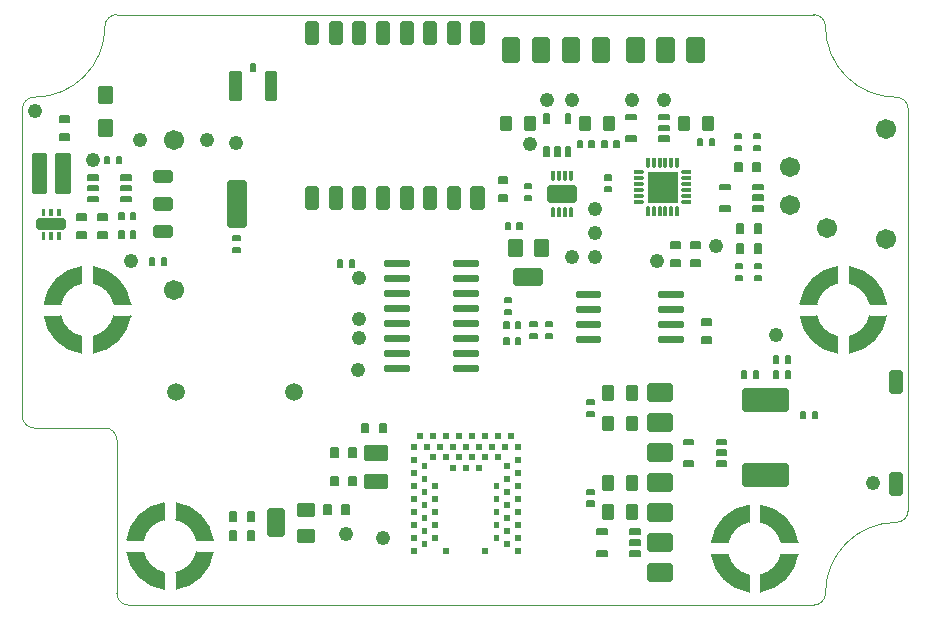
<source format=gbr>
G70*
%FSLAX54Y54*%
%ADD11C,0.0010*%
%ADD12C,0.0490*%
%ADD13C,0.0060*%
%ADD14C,0.0039*%
%ADD15C,0.0670*%
%ADD16C,0.0063*%
%ADD17C,0.0200*%
%ADD18C,0.0236*%
%AMUSER19*
4, 1, 4, 0.0055, -0.0114, -0.0055, -0.0114, -0.0055, 0.0169, 0.0055, 0.0169, 0.0055, -0.0114, 0.0*
1, 1, 0.0110, 0.0000, -0.0114*%
%ADD19USER19*%
%AMUSER20*
4, 1, 4, -0.0114, -0.0055, -0.0114, 0.0055, 0.0169, 0.0055, 0.0169, -0.0055, -0.0114, -0.0055, 0.0*
1, 1, 0.0110, -0.0114, 0.0000*%
%ADD20USER20*%
%AMUSER21*
4, 1, 4, -0.0055, 0.0114, 0.0055, 0.0114, 0.0055, -0.0169, -0.0055, -0.0169, -0.0055, 0.0114, 0.0*
1, 1, 0.0110, 0.0000, 0.0114*%
%ADD21USER21*%
%AMUSER22*
4, 1, 4, 0.0114, 0.0055, 0.0114, -0.0055, -0.0169, -0.0055, -0.0169, 0.0055, 0.0114, 0.0055, 0.0*
1, 1, 0.0110, 0.0114, 0.0000*%
%ADD22USER22*%
%ADD23C,0.0100*%
%ADD24C,0.0157*%
%ADD25C,0.0590*%
%ADD26C,0.0160*%
D11*
X101113Y96583D02*
X123948Y96583D01*
G75*
G03X124342Y96977I0000J0394*
G02X126704Y99339I2362J0000*
G03X127098Y99732I0000J0394*
G01X127098Y113118*
G75*
G03X126704Y113512I-0394J0000*
G02X124342Y115874I0000J2362*
G03X123948Y116268I-0394J0000*
G01X100720Y116268*
G75*
G03X100326Y115874I0000J-0394*
G02X97964Y113512I-2362J0000*
G03X97570Y113118I0000J-0394*
G01X97570Y102882*
G75*
G03X97964Y102488I0394J0000*
G01X100326Y102488*
G75*
G02X100720Y102095I0000J-0394*
G01X100720Y96977*
G75*
G03X101113Y96583I0394J0000*
G36*
G01X118416Y110028D02*
X119401Y110028D01*
X119401Y111012*
X118416Y111012*
X118416Y110028*
G37*
X119401Y110028*
X119401Y111012*
X118416Y111012*
X118416Y110028*
G36*
X124735Y107869D02*
X124735Y107309D01*
G75*
G03X124048Y106622I0197J-0884*
G01X123489Y106622*
G75*
G02X124735Y107869I1443J-0197*
G37*
G01X124735Y107309*
G75*
G03X124048Y106622I0197J-0884*
G01X123489Y106622*
G75*
G02X124735Y107869I1443J-0197*
G36*
G01X125129Y104982D02*
X125129Y105541D01*
G75*
G03X125816Y106228I-0197J0884*
G01X126376Y106228*
G75*
G02X125129Y104982I-1443J0197*
G37*
G01X125129Y105541*
G75*
G03X125816Y106228I-0197J0884*
G01X126376Y106228*
G75*
G02X125129Y104982I-1443J0197*
G36*
G01X126376Y106622D02*
X125816Y106622D01*
G75*
G03X125129Y107309I-0884J-0197*
G01X125129Y107869*
G75*
G02X126376Y106622I-0197J-1443*
G37*
G01X125816Y106622*
G75*
G03X125129Y107309I-0884J-0197*
G01X125129Y107869*
G75*
G02X126376Y106622I-0197J-1443*
G36*
G01X123489Y106228D02*
X124048Y106228D01*
G75*
G03X124735Y105541I0884J0197*
G01X124735Y104982*
G75*
G02X123489Y106228I0197J1443*
G37*
G01X124048Y106228*
G75*
G03X124735Y105541I0884J0197*
G01X124735Y104982*
G75*
G02X123489Y106228I0197J1443*
G36*
G01X121783Y99916D02*
X121783Y99356D01*
G75*
G03X121096Y98669I0197J-0884*
G01X120536Y98669*
G75*
G02X121783Y99916I1443J-0197*
G37*
G01X121783Y99356*
G75*
G03X121096Y98669I0197J-0884*
G01X120536Y98669*
G75*
G02X121783Y99916I1443J-0197*
G36*
G01X122176Y97029D02*
X122176Y97589D01*
G75*
G03X122863Y98276I-0197J0884*
G01X123423Y98276*
G75*
G02X122176Y97029I-1443J0197*
G37*
G01X122176Y97589*
G75*
G03X122863Y98276I-0197J0884*
G01X123423Y98276*
G75*
G02X122176Y97029I-1443J0197*
G36*
G01X123423Y98669D02*
X122863Y98669D01*
G75*
G03X122176Y99356I-0884J-0197*
G01X122176Y99916*
G75*
G02X123423Y98669I-0197J-1443*
G37*
G01X122863Y98669*
G75*
G03X122176Y99356I-0884J-0197*
G01X122176Y99916*
G75*
G02X123423Y98669I-0197J-1443*
G36*
G01X120536Y98276D02*
X121096Y98276D01*
G75*
G03X121783Y97589I0884J0197*
G01X121783Y97029*
G75*
G02X120536Y98276I0197J1443*
G37*
G01X121096Y98276*
G75*
G03X121783Y97589I0884J0197*
G01X121783Y97029*
G75*
G02X120536Y98276I0197J1443*
G36*
G01X102294Y99995D02*
X102294Y99435D01*
G75*
G03X101607Y98748I0197J-0884*
G01X101048Y98748*
G75*
G02X102294Y99995I1443J-0197*
G37*
G01X102294Y99435*
G75*
G03X101607Y98748I0197J-0884*
G01X101048Y98748*
G75*
G02X102294Y99995I1443J-0197*
G36*
G01X102688Y97108D02*
X102688Y97667D01*
G75*
G03X103375Y98354I-0197J0884*
G01X103935Y98354*
G75*
G02X102688Y97108I-1443J0197*
G37*
G01X102688Y97667*
G75*
G03X103375Y98354I-0197J0884*
G01X103935Y98354*
G75*
G02X102688Y97108I-1443J0197*
G36*
G01X103935Y98748D02*
X103375Y98748D01*
G75*
G03X102688Y99435I-0884J-0197*
G01X102688Y99995*
G75*
G02X103935Y98748I-0197J-1443*
G37*
G01X103375Y98748*
G75*
G03X102688Y99435I-0884J-0197*
G01X102688Y99995*
G75*
G02X103935Y98748I-0197J-1443*
G36*
G01X101048Y98354D02*
X101607Y98354D01*
G75*
G03X102294Y97667I0884J0197*
G01X102294Y97108*
G75*
G02X101048Y98354I0197J1443*
G37*
G01X101607Y98354*
G75*
G03X102294Y97667I0884J0197*
G01X102294Y97108*
G75*
G02X101048Y98354I0197J1443*
G36*
G01X99538Y107869D02*
X99538Y107309D01*
G75*
G03X98851Y106622I0197J-0884*
G01X98292Y106622*
G75*
G02X99538Y107869I1443J-0197*
G37*
G01X99538Y107309*
G75*
G03X98851Y106622I0197J-0884*
G01X98292Y106622*
G75*
G02X99538Y107869I1443J-0197*
G36*
G01X99932Y104982D02*
X99932Y105541D01*
G75*
G03X100619Y106228I-0197J0884*
G01X101179Y106228*
G75*
G02X99932Y104982I-1443J0197*
G37*
G01X99932Y105541*
G75*
G03X100619Y106228I-0197J0884*
G01X101179Y106228*
G75*
G02X99932Y104982I-1443J0197*
G36*
G01X101179Y106622D02*
X100619Y106622D01*
G75*
G03X99932Y107309I-0884J-0197*
G01X99932Y107869*
G75*
G02X101179Y106622I-0197J-1443*
G37*
G01X100619Y106622*
G75*
G03X99932Y107309I-0884J-0197*
G01X99932Y107869*
G75*
G02X101179Y106622I-0197J-1443*
G36*
G01X98292Y106228D02*
X98851Y106228D01*
G75*
G03X99538Y105541I0884J0197*
G01X99538Y104982*
G75*
G02X98292Y106228I0197J1443*
G37*
G01X98851Y106228*
G75*
G03X99538Y105541I0884J0197*
G01X99538Y104982*
G75*
G02X98292Y106228I0197J1443*
D12*
X114499Y111937D03*
D13*
G01X113821Y109321D02*
X113821Y109111D01*
X113681Y109111*
X113681Y109321*
X113821Y109321*
G36*
X113821Y109111*
X113681Y109111*
X113681Y109321*
X113821Y109321*
G37*
X114215Y109321D02*
X114215Y109111D01*
X114075Y109111*
X114075Y109321*
X114215Y109321*
G36*
X114215Y109111*
X114075Y109111*
X114075Y109321*
X114215Y109321*
G37*
D14*
X110523Y98335D02*
X110523Y98492D01*
X110680Y98492*
X110680Y98335*
X110523Y98335*
G36*
X110523Y98492*
X110680Y98492*
X110680Y98335*
X110523Y98335*
G37*
X110877Y98551D02*
X110877Y98709D01*
X111035Y98709*
X111035Y98551*
X110877Y98551*
G36*
X110877Y98709*
X111035Y98709*
X111035Y98551*
X110877Y98551*
G37*
X110523Y98768D02*
X110523Y98925D01*
X110680Y98925*
X110680Y98768*
X110523Y98768*
G36*
X110523Y98925*
X110680Y98925*
X110680Y98768*
X110523Y98768*
G37*
X110877Y98984D02*
X110877Y99142D01*
X111035Y99142*
X111035Y98984*
X110877Y98984*
G36*
X110877Y99142*
X111035Y99142*
X111035Y98984*
X110877Y98984*
G37*
X110523Y99201D02*
X110523Y99358D01*
X110680Y99358*
X110680Y99201*
X110523Y99201*
G36*
X110523Y99358*
X110680Y99358*
X110680Y99201*
X110523Y99201*
G37*
X110877Y99417D02*
X110877Y99575D01*
X111035Y99575*
X111035Y99417*
X110877Y99417*
G36*
X110877Y99575*
X111035Y99575*
X111035Y99417*
X110877Y99417*
G37*
X110523Y99634D02*
X110523Y99791D01*
X110680Y99791*
X110680Y99634*
X110523Y99634*
G36*
X110523Y99791*
X110680Y99791*
X110680Y99634*
X110523Y99634*
G37*
X110877Y99851D02*
X110877Y100008D01*
X111035Y100008*
X111035Y99851*
X110877Y99851*
G36*
X110877Y100008*
X111035Y100008*
X111035Y99851*
X110877Y99851*
G37*
X110523Y100067D02*
X110523Y100225D01*
X110680Y100225*
X110680Y100067*
X110523Y100067*
G36*
X110523Y100225*
X110680Y100225*
X110680Y100067*
X110523Y100067*
G37*
X110877Y100284D02*
X110877Y100441D01*
X111035Y100441*
X111035Y100284*
X110877Y100284*
G36*
X110877Y100441*
X111035Y100441*
X111035Y100284*
X110877Y100284*
G37*
X110523Y100500D02*
X110523Y100658D01*
X110680Y100658*
X110680Y100500*
X110523Y100500*
G36*
X110523Y100658*
X110680Y100658*
X110680Y100500*
X110523Y100500*
G37*
X110877Y100717D02*
X110877Y100874D01*
X111035Y100874*
X111035Y100717*
X110877Y100717*
G36*
X110877Y100874*
X111035Y100874*
X111035Y100717*
X110877Y100717*
G37*
X110523Y100933D02*
X110523Y101091D01*
X110680Y101091*
X110680Y100933*
X110523Y100933*
G36*
X110523Y101091*
X110680Y101091*
X110680Y100933*
X110523Y100933*
G37*
X110877Y101150D02*
X110877Y101307D01*
X111035Y101307*
X111035Y101150*
X110877Y101150*
G36*
X110877Y101307*
X111035Y101307*
X111035Y101150*
X110877Y101150*
G37*
X110523Y101366D02*
X110523Y101524D01*
X110680Y101524*
X110680Y101366*
X110523Y101366*
G36*
X110523Y101524*
X110680Y101524*
X110680Y101366*
X110523Y101366*
G37*
X110523Y101799D02*
X110523Y101957D01*
X110680Y101957*
X110680Y101799*
X110523Y101799*
G36*
X110523Y101957*
X110680Y101957*
X110680Y101799*
X110523Y101799*
G37*
X110956Y101799D02*
X110956Y101957D01*
X111113Y101957*
X111113Y101799*
X110956Y101799*
G36*
X110956Y101957*
X111113Y101957*
X111113Y101799*
X110956Y101799*
G37*
X111172Y101445D02*
X111172Y101603D01*
X111330Y101603*
X111330Y101445*
X111172Y101445*
G36*
X111172Y101603*
X111330Y101603*
X111330Y101445*
X111172Y101445*
G37*
X111389Y101799D02*
X111389Y101957D01*
X111546Y101957*
X111546Y101799*
X111389Y101799*
G36*
X111389Y101957*
X111546Y101957*
X111546Y101799*
X111389Y101799*
G37*
X111605Y101445D02*
X111605Y101603D01*
X111763Y101603*
X111763Y101445*
X111605Y101445*
G36*
X111605Y101603*
X111763Y101603*
X111763Y101445*
X111605Y101445*
G37*
X111822Y101799D02*
X111822Y101957D01*
X111979Y101957*
X111979Y101799*
X111822Y101799*
G36*
X111822Y101957*
X111979Y101957*
X111979Y101799*
X111822Y101799*
G37*
X112038Y101445D02*
X112038Y101603D01*
X112196Y101603*
X112196Y101445*
X112038Y101445*
G36*
X112038Y101603*
X112196Y101603*
X112196Y101445*
X112038Y101445*
G37*
X112255Y101799D02*
X112255Y101957D01*
X112412Y101957*
X112412Y101799*
X112255Y101799*
G36*
X112255Y101957*
X112412Y101957*
X112412Y101799*
X112255Y101799*
G37*
X112472Y101445D02*
X112472Y101603D01*
X112629Y101603*
X112629Y101445*
X112472Y101445*
G36*
X112472Y101603*
X112629Y101603*
X112629Y101445*
X112472Y101445*
G37*
X112688Y101799D02*
X112688Y101957D01*
X112846Y101957*
X112846Y101799*
X112688Y101799*
G36*
X112688Y101957*
X112846Y101957*
X112846Y101799*
X112688Y101799*
G37*
X112905Y101445D02*
X112905Y101603D01*
X113062Y101603*
X113062Y101445*
X112905Y101445*
G36*
X112905Y101603*
X113062Y101603*
X113062Y101445*
X112905Y101445*
G37*
X113121Y101799D02*
X113121Y101957D01*
X113279Y101957*
X113279Y101799*
X113121Y101799*
G36*
X113121Y101957*
X113279Y101957*
X113279Y101799*
X113121Y101799*
G37*
X113338Y101445D02*
X113338Y101603D01*
X113495Y101603*
X113495Y101445*
X113338Y101445*
G36*
X113338Y101603*
X113495Y101603*
X113495Y101445*
X113338Y101445*
G37*
X113554Y101799D02*
X113554Y101957D01*
X113712Y101957*
X113712Y101799*
X113554Y101799*
G36*
X113554Y101957*
X113712Y101957*
X113712Y101799*
X113554Y101799*
G37*
X113987Y101799D02*
X113987Y101957D01*
X114145Y101957*
X114145Y101799*
X113987Y101799*
G36*
X113987Y101957*
X114145Y101957*
X114145Y101799*
X113987Y101799*
G37*
X113987Y101366D02*
X113987Y101524D01*
X114145Y101524*
X114145Y101366*
X113987Y101366*
G36*
X113987Y101524*
X114145Y101524*
X114145Y101366*
X113987Y101366*
G37*
X113633Y101150D02*
X113633Y101307D01*
X113790Y101307*
X113790Y101150*
X113633Y101150*
G36*
X113633Y101307*
X113790Y101307*
X113790Y101150*
X113633Y101150*
G37*
X113987Y100933D02*
X113987Y101091D01*
X114145Y101091*
X114145Y100933*
X113987Y100933*
G36*
X113987Y101091*
X114145Y101091*
X114145Y100933*
X113987Y100933*
G37*
X113633Y100717D02*
X113633Y100874D01*
X113790Y100874*
X113790Y100717*
X113633Y100717*
G36*
X113633Y100874*
X113790Y100874*
X113790Y100717*
X113633Y100717*
G37*
X113987Y100500D02*
X113987Y100658D01*
X114145Y100658*
X114145Y100500*
X113987Y100500*
G36*
X113987Y100658*
X114145Y100658*
X114145Y100500*
X113987Y100500*
G37*
X113633Y100284D02*
X113633Y100441D01*
X113790Y100441*
X113790Y100284*
X113633Y100284*
G36*
X113633Y100441*
X113790Y100441*
X113790Y100284*
X113633Y100284*
G37*
X113987Y100067D02*
X113987Y100225D01*
X114145Y100225*
X114145Y100067*
X113987Y100067*
G36*
X113987Y100225*
X114145Y100225*
X114145Y100067*
X113987Y100067*
G37*
X113633Y99851D02*
X113633Y100008D01*
X113790Y100008*
X113790Y99851*
X113633Y99851*
G36*
X113633Y100008*
X113790Y100008*
X113790Y99851*
X113633Y99851*
G37*
X113987Y99634D02*
X113987Y99791D01*
X114145Y99791*
X114145Y99634*
X113987Y99634*
G36*
X113987Y99791*
X114145Y99791*
X114145Y99634*
X113987Y99634*
G37*
X113633Y99417D02*
X113633Y99575D01*
X113790Y99575*
X113790Y99417*
X113633Y99417*
G36*
X113633Y99575*
X113790Y99575*
X113790Y99417*
X113633Y99417*
G37*
X113987Y99201D02*
X113987Y99358D01*
X114145Y99358*
X114145Y99201*
X113987Y99201*
G36*
X113987Y99358*
X114145Y99358*
X114145Y99201*
X113987Y99201*
G37*
X113633Y98984D02*
X113633Y99142D01*
X113790Y99142*
X113790Y98984*
X113633Y98984*
G36*
X113633Y99142*
X113790Y99142*
X113790Y98984*
X113633Y98984*
G37*
X113987Y98768D02*
X113987Y98925D01*
X114145Y98925*
X114145Y98768*
X113987Y98768*
G36*
X113987Y98925*
X114145Y98925*
X114145Y98768*
X113987Y98768*
G37*
X113633Y98551D02*
X113633Y98709D01*
X113790Y98709*
X113790Y98551*
X113633Y98551*
G36*
X113633Y98709*
X113790Y98709*
X113790Y98551*
X113633Y98551*
G37*
X113987Y98335D02*
X113987Y98492D01*
X114145Y98492*
X114145Y98335*
X113987Y98335*
G36*
X113987Y98492*
X114145Y98492*
X114145Y98335*
X113987Y98335*
G37*
X112905Y98335D02*
X112905Y98492D01*
X113062Y98492*
X113062Y98335*
X112905Y98335*
G36*
X112905Y98492*
X113062Y98492*
X113062Y98335*
X112905Y98335*
G37*
X111605Y98335D02*
X111605Y98492D01*
X111763Y98492*
X111763Y98335*
X111605Y98335*
G36*
X111605Y98492*
X111763Y98492*
X111763Y98335*
X111605Y98335*
G37*
X111231Y98768D02*
X111231Y98925D01*
X111389Y98925*
X111389Y98768*
X111231Y98768*
G36*
X111231Y98925*
X111389Y98925*
X111389Y98768*
X111231Y98768*
G37*
X111231Y99201D02*
X111231Y99358D01*
X111389Y99358*
X111389Y99201*
X111231Y99201*
G36*
X111231Y99358*
X111389Y99358*
X111389Y99201*
X111231Y99201*
G37*
X111231Y99634D02*
X111231Y99791D01*
X111389Y99791*
X111389Y99634*
X111231Y99634*
G36*
X111231Y99791*
X111389Y99791*
X111389Y99634*
X111231Y99634*
G37*
X111231Y100067D02*
X111231Y100225D01*
X111389Y100225*
X111389Y100067*
X111231Y100067*
G36*
X111231Y100225*
X111389Y100225*
X111389Y100067*
X111231Y100067*
G37*
X111231Y100500D02*
X111231Y100658D01*
X111389Y100658*
X111389Y100500*
X111231Y100500*
G36*
X111231Y100658*
X111389Y100658*
X111389Y100500*
X111231Y100500*
G37*
X111822Y101091D02*
X111822Y101248D01*
X111979Y101248*
X111979Y101091*
X111822Y101091*
G36*
X111822Y101248*
X111979Y101248*
X111979Y101091*
X111822Y101091*
G37*
X112255Y101091D02*
X112255Y101248D01*
X112412Y101248*
X112412Y101091*
X112255Y101091*
G36*
X112255Y101248*
X112412Y101248*
X112412Y101091*
X112255Y101091*
G37*
X112688Y101091D02*
X112688Y101248D01*
X112846Y101248*
X112846Y101091*
X112688Y101091*
G36*
X112688Y101248*
X112846Y101248*
X112846Y101091*
X112688Y101091*
G37*
X113279Y100500D02*
X113279Y100658D01*
X113436Y100658*
X113436Y100500*
X113279Y100500*
G36*
X113279Y100658*
X113436Y100658*
X113436Y100500*
X113279Y100500*
G37*
X113279Y100067D02*
X113279Y100225D01*
X113436Y100225*
X113436Y100067*
X113279Y100067*
G36*
X113279Y100225*
X113436Y100225*
X113436Y100067*
X113279Y100067*
G37*
X113279Y99634D02*
X113279Y99791D01*
X113436Y99791*
X113436Y99634*
X113279Y99634*
G36*
X113279Y99791*
X113436Y99791*
X113436Y99634*
X113279Y99634*
G37*
X113279Y99201D02*
X113279Y99358D01*
X113436Y99358*
X113436Y99201*
X113279Y99201*
G36*
X113279Y99358*
X113436Y99358*
X113436Y99201*
X113279Y99201*
G37*
X113279Y98768D02*
X113279Y98925D01*
X113436Y98925*
X113436Y98768*
X113279Y98768*
G36*
X113279Y98925*
X113436Y98925*
X113436Y98768*
X113279Y98768*
G37*
X110739Y102154D02*
X110739Y102311D01*
X110897Y102311*
X110897Y102154*
X110739Y102154*
G36*
X110739Y102311*
X110897Y102311*
X110897Y102154*
X110739Y102154*
G37*
X111172Y102154D02*
X111172Y102311D01*
X111330Y102311*
X111330Y102154*
X111172Y102154*
G36*
X111172Y102311*
X111330Y102311*
X111330Y102154*
X111172Y102154*
G37*
X111605Y102154D02*
X111605Y102311D01*
X111763Y102311*
X111763Y102154*
X111605Y102154*
G36*
X111605Y102311*
X111763Y102311*
X111763Y102154*
X111605Y102154*
G37*
X112038Y102154D02*
X112038Y102311D01*
X112196Y102311*
X112196Y102154*
X112038Y102154*
G36*
X112038Y102311*
X112196Y102311*
X112196Y102154*
X112038Y102154*
G37*
X112472Y102154D02*
X112472Y102311D01*
X112629Y102311*
X112629Y102154*
X112472Y102154*
G36*
X112472Y102311*
X112629Y102311*
X112629Y102154*
X112472Y102154*
G37*
X112905Y102154D02*
X112905Y102311D01*
X113062Y102311*
X113062Y102154*
X112905Y102154*
G36*
X112905Y102311*
X113062Y102311*
X113062Y102154*
X112905Y102154*
G37*
X113338Y102154D02*
X113338Y102311D01*
X113495Y102311*
X113495Y102154*
X113338Y102154*
G36*
X113338Y102311*
X113495Y102311*
X113495Y102154*
X113338Y102154*
G37*
X113771Y102154D02*
X113771Y102311D01*
X113928Y102311*
X113928Y102154*
X113771Y102154*
G36*
X113771Y102311*
X113928Y102311*
X113928Y102154*
X113771Y102154*
G37*
D15*
X126349Y112449D03*
X124381Y109142D03*
X123161Y111189D03*
X126349Y108788D03*
X123161Y109929D03*
D16*
X121039Y101943D02*
X120712Y101943D01*
X120712Y102096*
X121039Y102096*
X121039Y101943*
G36*
X120712Y101943*
X120712Y102096*
X121039Y102096*
X121039Y101943*
G37*
X121039Y101585D02*
X120712Y101585D01*
X120712Y101738*
X121039Y101738*
X121039Y101585*
G36*
X120712Y101585*
X120712Y101738*
X121039Y101738*
X121039Y101585*
G37*
X121039Y101227D02*
X120712Y101227D01*
X120712Y101380*
X121039Y101380*
X121039Y101227*
G36*
X120712Y101227*
X120712Y101380*
X121039Y101380*
X121039Y101227*
G37*
X119939Y101227D02*
X119612Y101227D01*
X119612Y101380*
X119939Y101380*
X119939Y101227*
G36*
X119612Y101227*
X119612Y101380*
X119939Y101380*
X119939Y101227*
G37*
X119939Y101943D02*
X119612Y101943D01*
X119612Y102096*
X119939Y102096*
X119939Y101943*
G36*
X119612Y101943*
X119612Y102096*
X119939Y102096*
X119939Y101943*
G37*
D17*
X118505Y103884D02*
X119155Y103884D01*
X119155Y103454*
X118505Y103454*
X118505Y103884*
G36*
X119155Y103884*
X119155Y103454*
X118505Y103454*
X118505Y103884*
G37*
X118505Y102884D02*
X119155Y102884D01*
X119155Y102454*
X118505Y102454*
X118505Y102884*
G36*
X119155Y102884*
X119155Y102454*
X118505Y102454*
X118505Y102884*
G37*
X118505Y101884D02*
X119155Y101884D01*
X119155Y101454*
X118505Y101454*
X118505Y101884*
G36*
X119155Y101884*
X119155Y101454*
X118505Y101454*
X118505Y101884*
G37*
X118505Y100884D02*
X119155Y100884D01*
X119155Y100454*
X118505Y100454*
X118505Y100884*
G36*
X119155Y100884*
X119155Y100454*
X118505Y100454*
X118505Y100884*
G37*
X118505Y99884D02*
X119155Y99884D01*
X119155Y99454*
X118505Y99454*
X118505Y99884*
G36*
X119155Y99884*
X119155Y99454*
X118505Y99454*
X118505Y99884*
G37*
X118505Y98884D02*
X119155Y98884D01*
X119155Y98454*
X118505Y98454*
X118505Y98884*
G36*
X119155Y98884*
X119155Y98454*
X118505Y98454*
X118505Y98884*
G37*
X118505Y97884D02*
X119155Y97884D01*
X119155Y97454*
X118505Y97454*
X118505Y97884*
G36*
X119155Y97884*
X119155Y97454*
X118505Y97454*
X118505Y97884*
G37*
D13*
X119487Y108471D02*
X119197Y108471D01*
X119197Y108681*
X119487Y108681*
X119487Y108471*
G36*
X119197Y108471*
X119197Y108681*
X119487Y108681*
X119487Y108471*
G37*
X119487Y107871D02*
X119197Y107871D01*
X119197Y108081*
X119487Y108081*
X119487Y107871*
G36*
X119197Y107871*
X119197Y108081*
X119487Y108081*
X119487Y107871*
G37*
D14*
X98308Y109801D02*
X98308Y109585D01*
X98210Y109585*
X98210Y109801*
X98308Y109801*
G36*
X98308Y109585*
X98210Y109585*
X98210Y109801*
X98308Y109801*
G37*
X98564Y109801D02*
X98564Y109585D01*
X98466Y109585*
X98466Y109801*
X98564Y109801*
G36*
X98564Y109585*
X98466Y109585*
X98466Y109801*
X98564Y109801*
G37*
X98820Y109801D02*
X98820Y109585D01*
X98722Y109585*
X98722Y109801*
X98820Y109801*
G36*
X98820Y109585*
X98722Y109585*
X98722Y109801*
X98820Y109801*
G37*
X98820Y109014D02*
X98820Y108797D01*
X98722Y108797*
X98722Y109014*
X98820Y109014*
G36*
X98820Y108797*
X98722Y108797*
X98722Y109014*
X98820Y109014*
G37*
X98564Y109014D02*
X98564Y108797D01*
X98466Y108797*
X98466Y109014*
X98564Y109014*
G36*
X98564Y108797*
X98466Y108797*
X98466Y109014*
X98564Y109014*
G37*
X98308Y109014D02*
X98308Y108797D01*
X98210Y108797*
X98210Y109014*
X98308Y109014*
G36*
X98308Y108797*
X98210Y108797*
X98210Y109014*
X98308Y109014*
G37*
D18*
X98889Y109221D02*
X98141Y109221D01*
X98141Y109378*
X98889Y109378*
X98889Y109221*
G36*
X98141Y109221*
X98141Y109378*
X98889Y109378*
X98889Y109221*
G37*
D13*
X121938Y111044D02*
X121938Y111334D01*
X122148Y111334*
X122148Y111044*
X121938Y111044*
G36*
X121938Y111334*
X122148Y111334*
X122148Y111044*
X121938Y111044*
G37*
X121338Y111044D02*
X121338Y111334D01*
X121548Y111334*
X121548Y111044*
X121338Y111044*
G36*
X121338Y111334*
X121548Y111334*
X121548Y111044*
X121338Y111044*
G37*
X121978Y108997D02*
X121978Y109287D01*
X122188Y109287*
X122188Y108997*
X121978Y108997*
G36*
X121978Y109287*
X122188Y109287*
X122188Y108997*
X121978Y108997*
G37*
X121378Y108997D02*
X121378Y109287D01*
X121588Y109287*
X121588Y108997*
X121378Y108997*
G36*
X121378Y109287*
X121588Y109287*
X121588Y108997*
X121378Y108997*
G37*
X121568Y107812D02*
X121358Y107812D01*
X121358Y107952*
X121568Y107952*
X121568Y107812*
G36*
X121358Y107812*
X121358Y107952*
X121568Y107952*
X121568Y107812*
G37*
X121568Y107418D02*
X121358Y107418D01*
X121358Y107558*
X121568Y107558*
X121568Y107418*
G36*
X121358Y107418*
X121358Y107558*
X121568Y107558*
X121568Y107418*
G37*
D19*
X118416Y111307D03*
X118613Y111307D03*
X118810Y111307D03*
X119007Y111307D03*
X119204Y111307D03*
X119401Y111307D03*
D20*
X119696Y111012D03*
X119696Y110815D03*
X119696Y110618D03*
X119696Y110421D03*
X119696Y110225D03*
X119696Y110028D03*
D21*
X119401Y109732D03*
X119204Y109732D03*
X119007Y109732D03*
X118810Y109732D03*
X118613Y109732D03*
X118416Y109732D03*
D22*
X118121Y110028D03*
X118121Y110225D03*
X118121Y110421D03*
X118121Y110618D03*
X118121Y110815D03*
X118121Y111012D03*
D23*
X117741Y103459D02*
X117741Y103879D01*
X118041Y103879*
X118041Y103459*
X117741Y103459*
G36*
X117741Y103879*
X118041Y103879*
X118041Y103459*
X117741Y103459*
G37*
X116941Y103459D02*
X116941Y103879D01*
X117241Y103879*
X117241Y103459*
X116941Y103459*
G36*
X116941Y103879*
X117241Y103879*
X117241Y103459*
X116941Y103459*
G37*
D17*
X119796Y114762D02*
X119796Y115412D01*
X120226Y115412*
X120226Y114762*
X119796Y114762*
G36*
X119796Y115412*
X120226Y115412*
X120226Y114762*
X119796Y114762*
G37*
X118796Y114762D02*
X118796Y115412D01*
X119226Y115412*
X119226Y114762*
X118796Y114762*
G36*
X118796Y115412*
X119226Y115412*
X119226Y114762*
X118796Y114762*
G37*
X117796Y114762D02*
X117796Y115412D01*
X118226Y115412*
X118226Y114762*
X117796Y114762*
G36*
X117796Y115412*
X118226Y115412*
X118226Y114762*
X117796Y114762*
G37*
D16*
X119110Y112770D02*
X118783Y112770D01*
X118783Y112923*
X119110Y112923*
X119110Y112770*
G36*
X118783Y112770*
X118783Y112923*
X119110Y112923*
X119110Y112770*
G37*
X119110Y112412D02*
X118783Y112412D01*
X118783Y112565*
X119110Y112565*
X119110Y112412*
G36*
X118783Y112412*
X118783Y112565*
X119110Y112565*
X119110Y112412*
G37*
X119110Y112054D02*
X118783Y112054D01*
X118783Y112207*
X119110Y112207*
X119110Y112054*
G36*
X118783Y112054*
X118783Y112207*
X119110Y112207*
X119110Y112054*
G37*
X118010Y112054D02*
X117683Y112054D01*
X117683Y112207*
X118010Y112207*
X118010Y112054*
G36*
X117683Y112054*
X117683Y112207*
X118010Y112207*
X118010Y112054*
G37*
X118010Y112770D02*
X117683Y112770D01*
X117683Y112923*
X118010Y112923*
X118010Y112770*
G36*
X117683Y112770*
X117683Y112923*
X118010Y112923*
X118010Y112770*
G37*
D12*
X108790Y107488D03*
D17*
X116646Y114762D02*
X116646Y115412D01*
X117076Y115412*
X117076Y114762*
X116646Y114762*
G36*
X116646Y115412*
X117076Y115412*
X117076Y114762*
X116646Y114762*
G37*
X115646Y114762D02*
X115646Y115412D01*
X116076Y115412*
X116076Y114762*
X115646Y114762*
G36*
X115646Y115412*
X116076Y115412*
X116076Y114762*
X115646Y114762*
G37*
X114646Y114762D02*
X114646Y115412D01*
X115076Y115412*
X115076Y114762*
X114646Y114762*
G36*
X114646Y115412*
X115076Y115412*
X115076Y114762*
X114646Y114762*
G37*
X113646Y114762D02*
X113646Y115412D01*
X114076Y115412*
X114076Y114762*
X113646Y114762*
G36*
X113646Y115412*
X114076Y115412*
X114076Y114762*
X113646Y114762*
G37*
D18*
X112609Y109890D02*
X112609Y110441D01*
X112846Y110441*
X112846Y109890*
X112609Y109890*
G36*
X112609Y110441*
X112846Y110441*
X112846Y109890*
X112609Y109890*
G37*
X111822Y109890D02*
X111822Y110441D01*
X112058Y110441*
X112058Y109890*
X111822Y109890*
G36*
X111822Y110441*
X112058Y110441*
X112058Y109890*
X111822Y109890*
G37*
X111035Y109890D02*
X111035Y110441D01*
X111271Y110441*
X111271Y109890*
X111035Y109890*
G36*
X111035Y110441*
X111271Y110441*
X111271Y109890*
X111035Y109890*
G37*
X110247Y109890D02*
X110247Y110441D01*
X110483Y110441*
X110483Y109890*
X110247Y109890*
G36*
X110247Y110441*
X110483Y110441*
X110483Y109890*
X110247Y109890*
G37*
X109460Y109890D02*
X109460Y110441D01*
X109696Y110441*
X109696Y109890*
X109460Y109890*
G36*
X109460Y110441*
X109696Y110441*
X109696Y109890*
X109460Y109890*
G37*
X108672Y109890D02*
X108672Y110441D01*
X108909Y110441*
X108909Y109890*
X108672Y109890*
G36*
X108672Y110441*
X108909Y110441*
X108909Y109890*
X108672Y109890*
G37*
X107885Y109890D02*
X107885Y110441D01*
X108121Y110441*
X108121Y109890*
X107885Y109890*
G36*
X107885Y110441*
X108121Y110441*
X108121Y109890*
X107885Y109890*
G37*
X107098Y109890D02*
X107098Y110441D01*
X107334Y110441*
X107334Y109890*
X107098Y109890*
G36*
X107098Y110441*
X107334Y110441*
X107334Y109890*
X107098Y109890*
G37*
X107098Y115402D02*
X107098Y115953D01*
X107334Y115953*
X107334Y115402*
X107098Y115402*
G36*
X107098Y115953*
X107334Y115953*
X107334Y115402*
X107098Y115402*
G37*
X107885Y115402D02*
X107885Y115953D01*
X108121Y115953*
X108121Y115402*
X107885Y115402*
G36*
X107885Y115953*
X108121Y115953*
X108121Y115402*
X107885Y115402*
G37*
X108672Y115402D02*
X108672Y115953D01*
X108909Y115953*
X108909Y115402*
X108672Y115402*
G36*
X108672Y115953*
X108909Y115953*
X108909Y115402*
X108672Y115402*
G37*
X109460Y115402D02*
X109460Y115953D01*
X109696Y115953*
X109696Y115402*
X109460Y115402*
G36*
X109460Y115953*
X109696Y115953*
X109696Y115402*
X109460Y115402*
G37*
X110247Y115402D02*
X110247Y115953D01*
X110483Y115953*
X110483Y115402*
X110247Y115402*
G36*
X110247Y115953*
X110483Y115953*
X110483Y115402*
X110247Y115402*
G37*
X111035Y115402D02*
X111035Y115953D01*
X111271Y115953*
X111271Y115402*
X111035Y115402*
G36*
X111035Y115953*
X111271Y115953*
X111271Y115402*
X111035Y115402*
G37*
X111822Y115402D02*
X111822Y115953D01*
X112058Y115953*
X112058Y115402*
X111822Y115402*
G36*
X111822Y115953*
X112058Y115953*
X112058Y115402*
X111822Y115402*
G37*
X112609Y115402D02*
X112609Y115953D01*
X112846Y115953*
X112846Y115402*
X112609Y115402*
G36*
X112609Y115953*
X112846Y115953*
X112846Y115402*
X112609Y115402*
G37*
D12*
X103712Y112095D03*
D13*
X116407Y103031D02*
X116617Y103031D01*
X116617Y102891*
X116407Y102891*
X116407Y103031*
G36*
X116617Y103031*
X116617Y102891*
X116407Y102891*
X116407Y103031*
G37*
X116407Y103424D02*
X116617Y103424D01*
X116617Y103284*
X116407Y103284*
X116407Y103424*
G36*
X116617Y103424*
X116617Y103284*
X116407Y103284*
X116407Y103424*
G37*
X113739Y110636D02*
X113449Y110636D01*
X113449Y110846*
X113739Y110846*
X113739Y110636*
G36*
X113449Y110636*
X113449Y110846*
X113739Y110846*
X113739Y110636*
G37*
X113739Y110036D02*
X113449Y110036D01*
X113449Y110246*
X113739Y110246*
X113739Y110036*
G36*
X113449Y110036*
X113449Y110246*
X113739Y110246*
X113739Y110036*
G37*
X98842Y112293D02*
X99132Y112293D01*
X99132Y112083*
X98842Y112083*
X98842Y112293*
G36*
X99132Y112293*
X99132Y112083*
X98842Y112083*
X98842Y112293*
G37*
X98842Y112893D02*
X99132Y112893D01*
X99132Y112683*
X98842Y112683*
X98842Y112893*
G36*
X99132Y112893*
X99132Y112683*
X98842Y112683*
X98842Y112893*
G37*
X108084Y100862D02*
X108084Y100572D01*
X107874Y100572*
X107874Y100862*
X108084Y100862*
G36*
X108084Y100572*
X107874Y100572*
X107874Y100862*
X108084Y100862*
G37*
X108684Y100862D02*
X108684Y100572D01*
X108474Y100572*
X108474Y100862*
X108684Y100862*
G36*
X108684Y100572*
X108474Y100572*
X108474Y100862*
X108684Y100862*
G37*
X114320Y110235D02*
X114530Y110235D01*
X114530Y110095*
X114320Y110095*
X114320Y110235*
G36*
X114530Y110235*
X114530Y110095*
X114320Y110095*
X114320Y110235*
G37*
X114320Y110629D02*
X114530Y110629D01*
X114530Y110489*
X114320Y110489*
X114320Y110629*
G36*
X114530Y110629*
X114530Y110489*
X114320Y110489*
X114320Y110629*
G37*
X120156Y108471D02*
X119866Y108471D01*
X119866Y108681*
X120156Y108681*
X120156Y108471*
G36*
X119866Y108471*
X119866Y108681*
X120156Y108681*
X120156Y108471*
G37*
X120156Y107871D02*
X119866Y107871D01*
X119866Y108081*
X120156Y108081*
X120156Y107871*
G36*
X119866Y107871*
X119866Y108081*
X120156Y108081*
X120156Y107871*
G37*
D12*
X116664Y109772D03*
D17*
X123014Y100633D02*
X121654Y100633D01*
X121654Y101213*
X123014Y101213*
X123014Y100633*
G36*
X121654Y100633*
X121654Y101213*
X123014Y101213*
X123014Y100633*
G37*
X123014Y103133D02*
X121654Y103133D01*
X121654Y103713*
X123014Y103713*
X123014Y103133*
G36*
X121654Y103133*
X121654Y103713*
X123014Y103713*
X123014Y103133*
G37*
D12*
X115050Y113433D03*
D13*
X114035Y105814D02*
X114035Y106024D01*
X114175Y106024*
X114175Y105814*
X114035Y105814*
G36*
X114035Y106024*
X114175Y106024*
X114175Y105814*
X114035Y105814*
G37*
X113642Y105814D02*
X113642Y106024D01*
X113782Y106024*
X113782Y105814*
X113642Y105814*
G36*
X113642Y106024*
X113782Y106024*
X113782Y105814*
X113642Y105814*
G37*
D12*
X109578Y98827D03*
X125916Y100638D03*
X108357Y98945D03*
D13*
X121328Y111889D02*
X121538Y111889D01*
X121538Y111749*
X121328Y111749*
X121328Y111889*
G36*
X121538Y111889*
X121538Y111749*
X121328Y111749*
X121328Y111889*
G37*
X121328Y112283D02*
X121538Y112283D01*
X121538Y112143*
X121328Y112143*
X121328Y112283*
G36*
X121538Y112283*
X121538Y112143*
X121328Y112143*
X121328Y112283*
G37*
D23*
X119761Y112856D02*
X119761Y112436D01*
X119461Y112436*
X119461Y112856*
X119761Y112856*
G36*
X119761Y112436*
X119461Y112436*
X119461Y112856*
X119761Y112856*
G37*
X120561Y112856D02*
X120561Y112436D01*
X120261Y112436*
X120261Y112856*
X120561Y112856*
G36*
X120561Y112436*
X120261Y112436*
X120261Y112856*
X120561Y112856*
G37*
D24*
X98731Y110402D02*
X98731Y111583D01*
X99086Y111583*
X99086Y110402*
X98731Y110402*
G36*
X98731Y111583*
X99086Y111583*
X99086Y110402*
X98731Y110402*
G37*
X97944Y110402D02*
X97944Y111583D01*
X98298Y111583*
X98298Y110402*
X97944Y110402*
G36*
X97944Y111583*
X98298Y111583*
X98298Y110402*
X97944Y110402*
G37*
D12*
X118948Y113433D03*
X108790Y106110D03*
D16*
X115686Y111539D02*
X115686Y111865D01*
X115839Y111865*
X115839Y111539*
X115686Y111539*
G36*
X115686Y111865*
X115839Y111865*
X115839Y111539*
X115686Y111539*
G37*
X115328Y111539D02*
X115328Y111865D01*
X115481Y111865*
X115481Y111539*
X115328Y111539*
G36*
X115328Y111865*
X115481Y111865*
X115481Y111539*
X115328Y111539*
G37*
X114970Y111539D02*
X114970Y111865D01*
X115123Y111865*
X115123Y111539*
X114970Y111539*
G36*
X114970Y111865*
X115123Y111865*
X115123Y111539*
X114970Y111539*
G37*
X114970Y112639D02*
X114970Y112965D01*
X115123Y112965*
X115123Y112639*
X114970Y112639*
G36*
X114970Y112965*
X115123Y112965*
X115123Y112639*
X114970Y112639*
G37*
X115686Y112639D02*
X115686Y112965D01*
X115839Y112965*
X115839Y112639*
X115686Y112639*
G36*
X115686Y112965*
X115839Y112965*
X115839Y112639*
X115686Y112639*
G37*
D13*
X114717Y105883D02*
X114507Y105883D01*
X114507Y106023*
X114717Y106023*
X114717Y105883*
G36*
X114507Y105883*
X114507Y106023*
X114717Y106023*
X114717Y105883*
G37*
X114717Y105489D02*
X114507Y105489D01*
X114507Y105629*
X114717Y105629*
X114717Y105489*
G36*
X114507Y105489*
X114507Y105629*
X114717Y105629*
X114717Y105489*
G37*
X113782Y105502D02*
X113782Y105292D01*
X113642Y105292*
X113642Y105502*
X113782Y105502*
G36*
X113782Y105292*
X113642Y105292*
X113642Y105502*
X113782Y105502*
G37*
X114175Y105502D02*
X114175Y105292D01*
X114035Y105292*
X114035Y105502*
X114175Y105502*
G36*
X114175Y105292*
X114035Y105292*
X114035Y105502*
X114175Y105502*
G37*
X120238Y112116D02*
X120238Y111906D01*
X120098Y111906*
X120098Y112116*
X120238Y112116*
G36*
X120238Y111906*
X120098Y111906*
X120098Y112116*
X120238Y112116*
G37*
X120632Y112116D02*
X120632Y111906D01*
X120492Y111906*
X120492Y112116*
X120632Y112116*
G36*
X120632Y111906*
X120492Y111906*
X120492Y112116*
X120632Y112116*
G37*
D23*
X112714Y107908D02*
X111954Y107908D01*
X111954Y108048*
X112714Y108048*
X112714Y107908*
G36*
X111954Y107908*
X111954Y108048*
X112714Y108048*
X112714Y107908*
G37*
X112714Y107408D02*
X111954Y107408D01*
X111954Y107548*
X112714Y107548*
X112714Y107408*
G36*
X111954Y107408*
X111954Y107548*
X112714Y107548*
X112714Y107408*
G37*
X112714Y106908D02*
X111954Y106908D01*
X111954Y107048*
X112714Y107048*
X112714Y106908*
G36*
X111954Y106908*
X111954Y107048*
X112714Y107048*
X112714Y106908*
G37*
X112714Y106408D02*
X111954Y106408D01*
X111954Y106548*
X112714Y106548*
X112714Y106408*
G36*
X111954Y106408*
X111954Y106548*
X112714Y106548*
X112714Y106408*
G37*
X112714Y105908D02*
X111954Y105908D01*
X111954Y106048*
X112714Y106048*
X112714Y105908*
G36*
X111954Y105908*
X111954Y106048*
X112714Y106048*
X112714Y105908*
G37*
X112714Y105408D02*
X111954Y105408D01*
X111954Y105548*
X112714Y105548*
X112714Y105408*
G36*
X111954Y105408*
X111954Y105548*
X112714Y105548*
X112714Y105408*
G37*
X112714Y104908D02*
X111954Y104908D01*
X111954Y105048*
X112714Y105048*
X112714Y104908*
G36*
X111954Y104908*
X111954Y105048*
X112714Y105048*
X112714Y104908*
G37*
X112714Y104408D02*
X111954Y104408D01*
X111954Y104548*
X112714Y104548*
X112714Y104408*
G36*
X111954Y104408*
X111954Y104548*
X112714Y104548*
X112714Y104408*
G37*
X110430Y104408D02*
X109670Y104408D01*
X109670Y104548*
X110430Y104548*
X110430Y104408*
G36*
X109670Y104408*
X109670Y104548*
X110430Y104548*
X110430Y104408*
G37*
X110430Y104908D02*
X109670Y104908D01*
X109670Y105048*
X110430Y105048*
X110430Y104908*
G36*
X109670Y104908*
X109670Y105048*
X110430Y105048*
X110430Y104908*
G37*
X110430Y105408D02*
X109670Y105408D01*
X109670Y105548*
X110430Y105548*
X110430Y105408*
G36*
X109670Y105408*
X109670Y105548*
X110430Y105548*
X110430Y105408*
G37*
X110430Y105908D02*
X109670Y105908D01*
X109670Y106048*
X110430Y106048*
X110430Y105908*
G36*
X109670Y105908*
X109670Y106048*
X110430Y106048*
X110430Y105908*
G37*
X110430Y106408D02*
X109670Y106408D01*
X109670Y106548*
X110430Y106548*
X110430Y106408*
G36*
X109670Y106408*
X109670Y106548*
X110430Y106548*
X110430Y106408*
G37*
X110430Y106908D02*
X109670Y106908D01*
X109670Y107048*
X110430Y107048*
X110430Y106908*
G36*
X109670Y106908*
X109670Y107048*
X110430Y107048*
X110430Y106908*
G37*
X110430Y107408D02*
X109670Y107408D01*
X109670Y107548*
X110430Y107548*
X110430Y107408*
G36*
X109670Y107408*
X109670Y107548*
X110430Y107548*
X110430Y107408*
G37*
X110430Y107908D02*
X109670Y107908D01*
X109670Y108048*
X110430Y108048*
X110430Y107908*
G36*
X109670Y107908*
X109670Y108048*
X110430Y108048*
X110430Y107908*
G37*
D12*
X101507Y112095D03*
D24*
X113830Y108276D02*
X113830Y108709D01*
X114145Y108709*
X114145Y108276*
X113830Y108276*
G36*
X113830Y108709*
X114145Y108709*
X114145Y108276*
X113830Y108276*
G37*
X114696Y108276D02*
X114696Y108709D01*
X115011Y108709*
X115011Y108276*
X114696Y108276*
G36*
X114696Y108709*
X115011Y108709*
X115011Y108276*
X114696Y108276*
G37*
D17*
X114025Y107703D02*
X114815Y107703D01*
X114815Y107313*
X114025Y107313*
X114025Y107703*
G36*
X114815Y107703*
X114815Y107313*
X114025Y107313*
X114025Y107703*
G37*
D13*
X123012Y104160D02*
X123012Y104370D01*
X123152Y104370*
X123152Y104160*
X123012Y104160*
G36*
X123012Y104370*
X123152Y104370*
X123152Y104160*
X123012Y104160*
G37*
X122618Y104160D02*
X122618Y104370D01*
X122758Y104370*
X122758Y104160*
X122618Y104160*
G36*
X122618Y104370*
X122758Y104370*
X122758Y104160*
X122618Y104160*
G37*
X121949Y104160D02*
X121949Y104370D01*
X122089Y104370*
X122089Y104160*
X121949Y104160*
G36*
X121949Y104370*
X122089Y104370*
X122089Y104160*
X121949Y104160*
G37*
X121555Y104160D02*
X121555Y104370D01*
X121695Y104370*
X121695Y104160*
X121555Y104160*
G36*
X121555Y104370*
X121695Y104370*
X121695Y104160*
X121555Y104160*
G37*
D12*
X116664Y108197D03*
D23*
X117741Y100467D02*
X117741Y100887D01*
X118041Y100887*
X118041Y100467*
X117741Y100467*
G36*
X117741Y100887*
X118041Y100887*
X118041Y100467*
X117741Y100467*
G37*
X116941Y100467D02*
X116941Y100887D01*
X117241Y100887*
X117241Y100467*
X116941Y100467*
G36*
X116941Y100887*
X117241Y100887*
X117241Y100467*
X116941Y100467*
G37*
D12*
X108790Y105480D03*
X115877Y108197D03*
D23*
X116454Y112856D02*
X116454Y112436D01*
X116154Y112436*
X116154Y112856*
X116454Y112856*
G36*
X116454Y112436*
X116154Y112436*
X116154Y112856*
X116454Y112856*
G37*
X117254Y112856D02*
X117254Y112436D01*
X116954Y112436*
X116954Y112856*
X117254Y112856*
G36*
X117254Y112436*
X116954Y112436*
X116954Y112856*
X117254Y112856*
G37*
D16*
X122260Y110447D02*
X121933Y110447D01*
X121933Y110600*
X122260Y110600*
X122260Y110447*
G36*
X121933Y110447*
X121933Y110600*
X122260Y110600*
X122260Y110447*
G37*
X122260Y110089D02*
X121933Y110089D01*
X121933Y110242*
X122260Y110242*
X122260Y110089*
G36*
X121933Y110089*
X121933Y110242*
X122260Y110242*
X122260Y110089*
G37*
X122260Y109731D02*
X121933Y109731D01*
X121933Y109884*
X122260Y109884*
X122260Y109731*
G36*
X121933Y109731*
X121933Y109884*
X122260Y109884*
X122260Y109731*
G37*
X121160Y109731D02*
X120833Y109731D01*
X120833Y109884*
X121160Y109884*
X121160Y109731*
G36*
X120833Y109731*
X120833Y109884*
X121160Y109884*
X121160Y109731*
G37*
X121160Y110447D02*
X120833Y110447D01*
X120833Y110600*
X121160Y110600*
X121160Y110447*
G36*
X120833Y110447*
X120833Y110600*
X121160Y110600*
X121160Y110447*
G37*
D13*
X121978Y108328D02*
X121978Y108618D01*
X122188Y108618*
X122188Y108328*
X121978Y108328*
G36*
X121978Y108618*
X122188Y108618*
X122188Y108328*
X121978Y108328*
G37*
X121378Y108328D02*
X121378Y108618D01*
X121588Y108618*
X121588Y108328*
X121378Y108328*
G36*
X121378Y108618*
X121588Y108618*
X121588Y108328*
X121378Y108328*
G37*
X122198Y107812D02*
X121988Y107812D01*
X121988Y107952*
X122198Y107952*
X122198Y107812*
G36*
X121988Y107812*
X121988Y107952*
X122198Y107952*
X122198Y107812*
G37*
X122198Y107418D02*
X121988Y107418D01*
X121988Y107558*
X122198Y107558*
X122198Y107418*
G36*
X121988Y107418*
X121988Y107558*
X122198Y107558*
X122198Y107418*
G37*
D23*
X117741Y102436D02*
X117741Y102856D01*
X118041Y102856*
X118041Y102436*
X117741Y102436*
G36*
X117741Y102856*
X118041Y102856*
X118041Y102436*
X117741Y102436*
G37*
X116941Y102436D02*
X116941Y102856D01*
X117241Y102856*
X117241Y102436*
X116941Y102436*
G36*
X116941Y102856*
X117241Y102856*
X117241Y102436*
X116941Y102436*
G37*
D13*
X116476Y111837D02*
X116476Y112047D01*
X116616Y112047*
X116616Y111837*
X116476Y111837*
G36*
X116476Y112047*
X116616Y112047*
X116616Y111837*
X116476Y111837*
G37*
X116083Y111837D02*
X116083Y112047D01*
X116223Y112047*
X116223Y111837*
X116083Y111837*
G36*
X116083Y112047*
X116223Y112047*
X116223Y111837*
X116083Y111837*
G37*
D12*
X118712Y108040D03*
D13*
X100392Y109416D02*
X100102Y109416D01*
X100102Y109626*
X100392Y109626*
X100392Y109416*
G36*
X100102Y109416*
X100102Y109626*
X100392Y109626*
X100392Y109416*
G37*
X100392Y108816D02*
X100102Y108816D01*
X100102Y109026*
X100392Y109026*
X100392Y108816*
G36*
X100102Y108816*
X100102Y109026*
X100392Y109026*
X100392Y108816*
G37*
D25*
X102688Y103669D03*
X106625Y103669D03*
D13*
X101201Y109436D02*
X101201Y109646D01*
X101341Y109646*
X101341Y109436*
X101201Y109436*
G36*
X101201Y109646*
X101341Y109646*
X101341Y109436*
X101201Y109436*
G37*
X100807Y109436D02*
X100807Y109646D01*
X100947Y109646*
X100947Y109436*
X100807Y109436*
G36*
X100807Y109646*
X100947Y109646*
X100947Y109436*
X100807Y109436*
G37*
D23*
X117741Y99483D02*
X117741Y99903D01*
X118041Y99903*
X118041Y99483*
X117741Y99483*
G36*
X117741Y99903*
X118041Y99903*
X118041Y99483*
X117741Y99483*
G37*
X116941Y99483D02*
X116941Y99903D01*
X117241Y99903*
X117241Y99483*
X116941Y99483*
G36*
X116941Y99903*
X117241Y99903*
X117241Y99483*
X116941Y99483*
G37*
D13*
X104698Y99051D02*
X104698Y98761D01*
X104488Y98761*
X104488Y99051*
X104698Y99051*
G36*
X104698Y98761*
X104488Y98761*
X104488Y99051*
X104698Y99051*
G37*
X105298Y99051D02*
X105298Y98761D01*
X105088Y98761*
X105088Y99051*
X105298Y99051*
G36*
X105298Y98761*
X105088Y98761*
X105088Y99051*
X105298Y99051*
G37*
X116407Y100039D02*
X116617Y100039D01*
X116617Y99899*
X116407Y99899*
X116407Y100039*
G36*
X116617Y100039*
X116617Y99899*
X116407Y99899*
X116407Y100039*
G37*
X116407Y100432D02*
X116617Y100432D01*
X116617Y100292*
X116407Y100292*
X116407Y100432*
G36*
X116617Y100432*
X116617Y100292*
X116407Y100292*
X116407Y100432*
G37*
D12*
X101192Y108040D03*
D13*
X105177Y114396D02*
X105177Y114606D01*
X105317Y114606*
X105317Y114396*
X105177Y114396*
G36*
X105177Y114606*
X105317Y114606*
X105317Y114396*
X105177Y114396*
G37*
D24*
X105716Y113484D02*
X105716Y114327D01*
X105959Y114327*
X105959Y113484*
X105716Y113484*
G36*
X105716Y114327*
X105959Y114327*
X105959Y113484*
X105716Y113484*
G37*
X104535Y113484D02*
X104535Y114327D01*
X104778Y114327*
X104778Y113484*
X104535Y113484*
G36*
X104535Y114327*
X104778Y114327*
X104778Y113484*
X104535Y113484*
G37*
D13*
X99683Y109416D02*
X99393Y109416D01*
X99393Y109626*
X99683Y109626*
X99683Y109416*
G36*
X99393Y109416*
X99393Y109626*
X99683Y109626*
X99683Y109416*
G37*
X99683Y108816D02*
X99393Y108816D01*
X99393Y109026*
X99683Y109026*
X99683Y108816*
G36*
X99393Y108816*
X99393Y109026*
X99683Y109026*
X99683Y108816*
G37*
X100947Y109045D02*
X100947Y108835D01*
X100807Y108835*
X100807Y109045*
X100947Y109045*
G36*
X100947Y108835*
X100807Y108835*
X100807Y109045*
X100947Y109045*
G37*
X101341Y109045D02*
X101341Y108835D01*
X101201Y108835*
X101201Y109045*
X101341Y109045*
G36*
X101341Y108835*
X101201Y108835*
X101201Y109045*
X101341Y109045*
G37*
X123917Y102821D02*
X123917Y103031D01*
X124057Y103031*
X124057Y102821*
X123917Y102821*
G36*
X123917Y103031*
X124057Y103031*
X124057Y102821*
X123917Y102821*
G37*
X123524Y102821D02*
X123524Y103031D01*
X123664Y103031*
X123664Y102821*
X123524Y102821*
G36*
X123524Y103031*
X123664Y103031*
X123664Y102821*
X123524Y102821*
G37*
D23*
X116048Y105509D02*
X116808Y105509D01*
X116808Y105369*
X116048Y105369*
X116048Y105509*
G36*
X116808Y105509*
X116808Y105369*
X116048Y105369*
X116048Y105509*
G37*
X116048Y106009D02*
X116808Y106009D01*
X116808Y105869*
X116048Y105869*
X116048Y106009*
G36*
X116808Y106009*
X116808Y105869*
X116048Y105869*
X116048Y106009*
G37*
X116048Y106509D02*
X116808Y106509D01*
X116808Y106369*
X116048Y106369*
X116048Y106509*
G36*
X116808Y106509*
X116808Y106369*
X116048Y106369*
X116048Y106509*
G37*
X116048Y107009D02*
X116808Y107009D01*
X116808Y106869*
X116048Y106869*
X116048Y107009*
G36*
X116808Y107009*
X116808Y106869*
X116048Y106869*
X116048Y107009*
G37*
X118804Y107009D02*
X119564Y107009D01*
X119564Y106869*
X118804Y106869*
X118804Y107009*
G36*
X119564Y107009*
X119564Y106869*
X118804Y106869*
X118804Y107009*
G37*
X118804Y106509D02*
X119564Y106509D01*
X119564Y106369*
X118804Y106369*
X118804Y106509*
G36*
X119564Y106509*
X119564Y106369*
X118804Y106369*
X118804Y106509*
G37*
X118804Y106009D02*
X119564Y106009D01*
X119564Y105869*
X118804Y105869*
X118804Y106009*
G36*
X119564Y106009*
X119564Y105869*
X118804Y105869*
X118804Y106009*
G37*
X118804Y105509D02*
X119564Y105509D01*
X119564Y105369*
X118804Y105369*
X118804Y105509*
G36*
X119564Y105509*
X119564Y105369*
X118804Y105369*
X118804Y105509*
G37*
D12*
X115877Y113433D03*
D13*
X113651Y106417D02*
X113861Y106417D01*
X113861Y106277*
X113651Y106277*
X113651Y106417*
G36*
X113861Y106417*
X113861Y106277*
X113651Y106277*
X113651Y106417*
G37*
X113651Y106810D02*
X113861Y106810D01*
X113861Y106670*
X113651Y106670*
X113651Y106810*
G36*
X113861Y106810*
X113861Y106670*
X113651Y106670*
X113651Y106810*
G37*
X100475Y111525D02*
X100475Y111315D01*
X100335Y111315*
X100335Y111525*
X100475Y111525*
G36*
X100475Y111315*
X100335Y111315*
X100335Y111525*
X100475Y111525*
G37*
X100868Y111525D02*
X100868Y111315D01*
X100728Y111315*
X100728Y111525*
X100868Y111525*
G36*
X100868Y111315*
X100728Y111315*
X100728Y111525*
X100868Y111525*
G37*
X104810Y108740D02*
X104600Y108740D01*
X104600Y108880*
X104810Y108880*
X104810Y108740*
G36*
X104600Y108740*
X104600Y108880*
X104810Y108880*
X104810Y108740*
G37*
X104810Y108346D02*
X104600Y108346D01*
X104600Y108486*
X104810Y108486*
X104810Y108346*
G36*
X104600Y108346*
X104600Y108486*
X104810Y108486*
X104810Y108346*
G37*
D15*
X102640Y112075D03*
X102640Y107075D03*
D13*
X104698Y99681D02*
X104698Y99391D01*
X104488Y99391*
X104488Y99681*
X104698Y99681*
G36*
X104698Y99391*
X104488Y99391*
X104488Y99681*
X104698Y99681*
G37*
X105298Y99681D02*
X105298Y99391D01*
X105088Y99391*
X105088Y99681*
X105298Y99681*
G36*
X105298Y99391*
X105088Y99391*
X105088Y99681*
X105298Y99681*
G37*
D12*
X122688Y105599D03*
D13*
X101971Y108140D02*
X101971Y107930D01*
X101831Y107930*
X101831Y108140*
X101971Y108140*
G36*
X101971Y107930*
X101831Y107930*
X101831Y108140*
X101971Y108140*
G37*
X102364Y108140D02*
X102364Y107930D01*
X102224Y107930*
X102224Y108140*
X102364Y108140*
G36*
X102364Y107930*
X102224Y107930*
X102224Y108140*
X102364Y108140*
G37*
D12*
X120680Y108551D03*
X117885Y113433D03*
D13*
X117303Y111837D02*
X117303Y112047D01*
X117443Y112047*
X117443Y111837*
X117303Y111837*
G36*
X117303Y112047*
X117443Y112047*
X117443Y111837*
X117303Y111837*
G37*
X116909Y111837D02*
X116909Y112047D01*
X117049Y112047*
X117049Y111837*
X116909Y111837*
G36*
X116909Y112047*
X117049Y112047*
X117049Y111837*
X116909Y111837*
G37*
X120220Y105522D02*
X120510Y105522D01*
X120510Y105312*
X120220Y105312*
X120220Y105522*
G36*
X120510Y105522*
X120510Y105312*
X120220Y105312*
X120220Y105522*
G37*
X120220Y106122D02*
X120510Y106122D01*
X120510Y105912*
X120220Y105912*
X120220Y106122*
G36*
X120510Y106122*
X120510Y105912*
X120220Y105912*
X120220Y106122*
G37*
X121958Y111889D02*
X122168Y111889D01*
X122168Y111749*
X121958Y111749*
X121958Y111889*
G36*
X122168Y111889*
X122168Y111749*
X121958Y111749*
X121958Y111889*
G37*
X121958Y112283D02*
X122168Y112283D01*
X122168Y112143*
X121958Y112143*
X121958Y112283*
G36*
X122168Y112283*
X122168Y112143*
X121958Y112143*
X121958Y112283*
G37*
X116998Y110511D02*
X117208Y110511D01*
X117208Y110371*
X116998Y110371*
X116998Y110511*
G36*
X117208Y110511*
X117208Y110371*
X116998Y110371*
X116998Y110511*
G37*
X116998Y110905D02*
X117208Y110905D01*
X117208Y110765*
X116998Y110765*
X116998Y110905*
G36*
X117208Y110905*
X117208Y110765*
X116998Y110765*
X116998Y110905*
G37*
X108484Y107861D02*
X108484Y108071D01*
X108624Y108071*
X108624Y107861*
X108484Y107861*
G36*
X108484Y108071*
X108624Y108071*
X108624Y107861*
X108484Y107861*
G37*
X108091Y107861D02*
X108091Y108071D01*
X108231Y108071*
X108231Y107861*
X108091Y107861*
G36*
X108091Y108071*
X108231Y108071*
X108231Y107861*
X108091Y107861*
G37*
D12*
X108751Y104417D03*
X98003Y113040D03*
X104696Y111977D03*
X116664Y108984D03*
D16*
X99770Y110199D02*
X100097Y110199D01*
X100097Y110046*
X99770Y110046*
X99770Y110199*
G36*
X100097Y110199*
X100097Y110046*
X99770Y110046*
X99770Y110199*
G37*
X99770Y110557D02*
X100097Y110557D01*
X100097Y110404*
X99770Y110404*
X99770Y110557*
G36*
X100097Y110557*
X100097Y110404*
X99770Y110404*
X99770Y110557*
G37*
X99770Y110915D02*
X100097Y110915D01*
X100097Y110762*
X99770Y110762*
X99770Y110915*
G36*
X100097Y110915*
X100097Y110762*
X99770Y110762*
X99770Y110915*
G37*
X100870Y110915D02*
X101197Y110915D01*
X101197Y110762*
X100870Y110762*
X100870Y110915*
G36*
X101197Y110915*
X101197Y110762*
X100870Y110762*
X100870Y110915*
G37*
X100870Y110557D02*
X101197Y110557D01*
X101197Y110404*
X100870Y110404*
X100870Y110557*
G36*
X101197Y110557*
X101197Y110404*
X100870Y110404*
X100870Y110557*
G37*
X100870Y110197D02*
X101197Y110197D01*
X101197Y110044*
X100870Y110044*
X100870Y110197*
G36*
X101197Y110197*
X101197Y110044*
X100870Y110044*
X100870Y110197*
G37*
D13*
X115229Y105883D02*
X115019Y105883D01*
X115019Y106023*
X115229Y106023*
X115229Y105883*
G36*
X115019Y105883*
X115019Y106023*
X115229Y106023*
X115229Y105883*
G37*
X115229Y105489D02*
X115019Y105489D01*
X115019Y105629*
X115229Y105629*
X115229Y105489*
G36*
X115019Y105489*
X115019Y105629*
X115229Y105629*
X115229Y105489*
G37*
X107847Y99917D02*
X107847Y99627D01*
X107637Y99627*
X107637Y99917*
X107847Y99917*
G36*
X107847Y99627*
X107637Y99627*
X107637Y99917*
X107847Y99917*
G37*
X108447Y99917D02*
X108447Y99627D01*
X108237Y99627*
X108237Y99917*
X108447Y99917*
G36*
X108447Y99627*
X108237Y99627*
X108237Y99917*
X108447Y99917*
G37*
D16*
X118165Y98951D02*
X117838Y98951D01*
X117838Y99104*
X118165Y99104*
X118165Y98951*
G36*
X117838Y98951*
X117838Y99104*
X118165Y99104*
X118165Y98951*
G37*
X118165Y98593D02*
X117838Y98593D01*
X117838Y98746*
X118165Y98746*
X118165Y98593*
G36*
X117838Y98593*
X117838Y98746*
X118165Y98746*
X118165Y98593*
G37*
X118165Y98235D02*
X117838Y98235D01*
X117838Y98388*
X118165Y98388*
X118165Y98235*
G36*
X117838Y98235*
X117838Y98388*
X118165Y98388*
X118165Y98235*
G37*
X117065Y98235D02*
X116738Y98235D01*
X116738Y98388*
X117065Y98388*
X117065Y98235*
G36*
X116738Y98235*
X116738Y98388*
X117065Y98388*
X117065Y98235*
G37*
X117065Y98951D02*
X116738Y98951D01*
X116738Y99104*
X117065Y99104*
X117065Y98951*
G36*
X116738Y98951*
X116738Y99104*
X117065Y99104*
X117065Y98951*
G37*
D19*
X115267Y110874D03*
X115464Y110874D03*
X115661Y110874D03*
X115857Y110874D03*
D21*
X115857Y109693D03*
X115661Y109693D03*
X115464Y109693D03*
X115267Y109693D03*
D17*
X115957Y110089D02*
X115167Y110089D01*
X115167Y110479*
X115957Y110479*
X115957Y110089*
G36*
X115167Y110089*
X115167Y110479*
X115957Y110479*
X115957Y110089*
G37*
D18*
X102019Y110977D02*
X102452Y110977D01*
X102452Y110772*
X102019Y110772*
X102019Y110977*
G36*
X102452Y110977*
X102452Y110772*
X102019Y110772*
X102019Y110977*
G37*
X102019Y110071D02*
X102452Y110071D01*
X102452Y109866*
X102019Y109866*
X102019Y110071*
G36*
X102452Y110071*
X102452Y109866*
X102019Y109866*
X102019Y110071*
G37*
X102019Y109166D02*
X102452Y109166D01*
X102452Y108961*
X102019Y108961*
X102019Y109166*
G36*
X102452Y109166*
X102452Y108961*
X102019Y108961*
X102019Y109166*
G37*
X104499Y109299D02*
X104499Y110638D01*
X104932Y110638*
X104932Y109299*
X104499Y109299*
G36*
X104499Y110638*
X104932Y110638*
X104932Y109299*
X104499Y109299*
G37*
X126783Y104306D02*
X126783Y103755D01*
X126546Y103755*
X126546Y104306*
X126783Y104306*
G36*
X126783Y103755*
X126546Y103755*
X126546Y104306*
X126783Y104306*
G37*
X126783Y100906D02*
X126783Y100355D01*
X126546Y100355*
X126546Y100906*
X126783Y100906*
G36*
X126783Y100355*
X126546Y100355*
X126546Y100906*
X126783Y100906*
G37*
D13*
X108084Y101807D02*
X108084Y101517D01*
X107874Y101517*
X107874Y101807*
X108084Y101807*
G36*
X108084Y101517*
X107874Y101517*
X107874Y101807*
X108084Y101807*
G37*
X108684Y101807D02*
X108684Y101517D01*
X108474Y101517*
X108474Y101807*
X108684Y101807*
G36*
X108684Y101517*
X108474Y101517*
X108474Y101807*
X108684Y101807*
G37*
X122758Y104872D02*
X122758Y104662D01*
X122618Y104662*
X122618Y104872*
X122758Y104872*
G36*
X122758Y104662*
X122618Y104662*
X122618Y104872*
X122758Y104872*
G37*
X123152Y104872D02*
X123152Y104662D01*
X123012Y104662*
X123012Y104872*
X123152Y104872*
G36*
X123152Y104662*
X123012Y104662*
X123012Y104872*
X123152Y104872*
G37*
D24*
X100483Y113806D02*
X100483Y113373D01*
X100168Y113373*
X100168Y113806*
X100483Y113806*
G36*
X100483Y113373*
X100168Y113373*
X100168Y113806*
X100483Y113806*
G37*
X100483Y112706D02*
X100483Y112273D01*
X100168Y112273*
X100168Y112706*
X100483Y112706*
G36*
X100483Y112273*
X100168Y112273*
X100168Y112706*
X100483Y112706*
G37*
X106783Y99929D02*
X107216Y99929D01*
X107216Y99614*
X106783Y99614*
X106783Y99929*
G36*
X107216Y99929*
X107216Y99614*
X106783Y99614*
X106783Y99929*
G37*
X106783Y99063D02*
X107216Y99063D01*
X107216Y98748*
X106783Y98748*
X106783Y99063*
G36*
X107216Y99063*
X107216Y98748*
X106783Y98748*
X106783Y99063*
G37*
D17*
X106210Y99734D02*
X106210Y98944D01*
X105820Y98944*
X105820Y99734*
X106210Y99734*
G36*
X106210Y98944*
X105820Y98944*
X105820Y99734*
X106210Y99734*
G37*
D26*
X109027Y100892D02*
X109657Y100892D01*
X109657Y100542*
X109027Y100542*
X109027Y100892*
G36*
X109657Y100892*
X109657Y100542*
X109027Y100542*
X109027Y100892*
G37*
X109027Y101837D02*
X109657Y101837D01*
X109657Y101487*
X109027Y101487*
X109027Y101837*
G36*
X109657Y101837*
X109657Y101487*
X109027Y101487*
X109027Y101837*
G37*
D13*
X109497Y102343D02*
X109497Y102633D01*
X109707Y102633*
X109707Y102343*
X109497Y102343*
G36*
X109497Y102633*
X109707Y102633*
X109707Y102343*
X109497Y102343*
G37*
X108897Y102343D02*
X108897Y102633D01*
X109107Y102633*
X109107Y102343*
X108897Y102343*
G36*
X108897Y102633*
X109107Y102633*
X109107Y102343*
X108897Y102343*
G37*
D12*
X99932Y111425D03*
D23*
X114316Y112436D02*
X114316Y112856D01*
X114616Y112856*
X114616Y112436*
X114316Y112436*
G36*
X114316Y112856*
X114616Y112856*
X114616Y112436*
X114316Y112436*
G37*
X113516Y112436D02*
X113516Y112856D01*
X113816Y112856*
X113816Y112436*
X113516Y112436*
G36*
X113516Y112856*
X113816Y112856*
X113816Y112436*
X113516Y112436*
G37*
M02*

</source>
